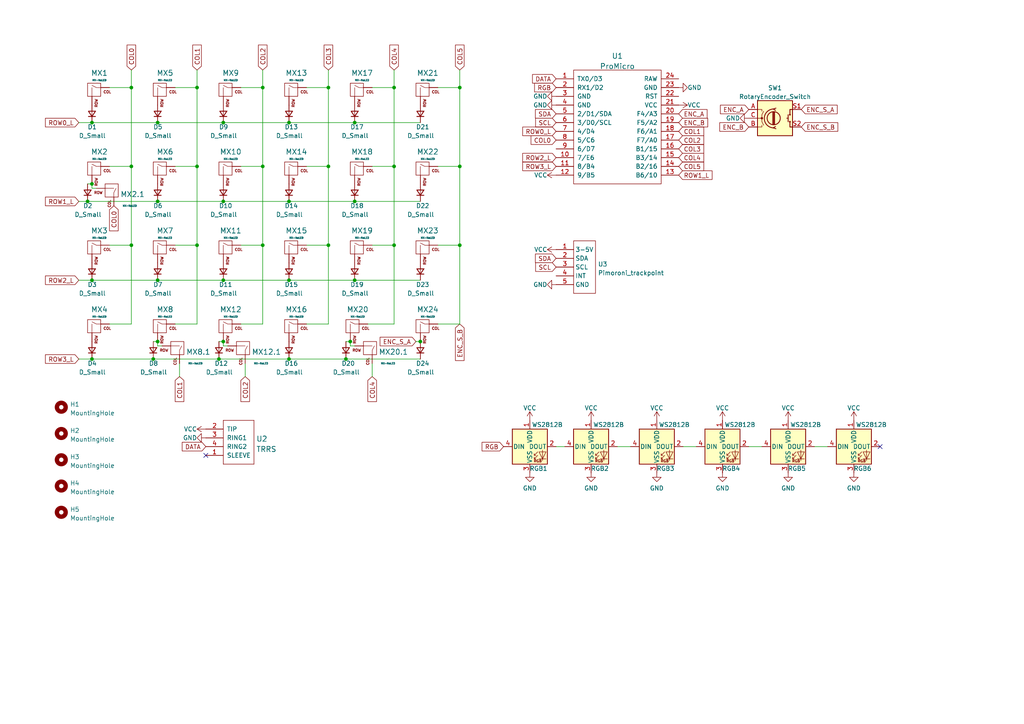
<source format=kicad_sch>
(kicad_sch (version 20230121) (generator eeschema)
  (paper "A4")
  (lib_symbols
    (symbol "Custom_symboles_Léon:Pimoroni_trackpoint"
      (property "Reference" "U" (at 0 5.08 0))
      (property "Value" "Pimoroni_trackpoint" (at 0 5.08 0))
      (symbol "Pimoroni_trackpoint_0_1"
        (polyline (pts (xy 5.08 -12.7) (xy 5.08 2.54) (xy 11.43 2.54) (xy 11.43 -12.7) (xy 5.08 -12.7)) (stroke (width 0.1524)))
      )
      (symbol "Pimoroni_trackpoint_1_1"
        (pin input line (at 0 0 0) (length 5.08) (name "3-5V") (number "1"))
        (pin input line (at 0 -2.54 0) (length 5.08) (name "SDA") (number "2"))
        (pin input line (at 0 -5.08 0) (length 5.08) (name "SCL") (number "3"))
        (pin input line (at 0 -7.62 0) (length 5.08) (name "INT") (number "4"))
        (pin input line (at 0 -10.16 0) (length 5.08) (name "GND") (number "5"))
      )
    )
    (symbol "Device:D_Small" (pin_numbers hide) (pin_names (offset 0.254) hide)
      (property "Reference" "D" (at -1.27 2.032 0))
      (property "Value" "D_Small" (at -3.81 -2.032 0))
      (symbol "D_Small_0_1"
        (polyline (pts (xy -0.762 -1.016) (xy -0.762 1.016)) (stroke (width 0.254)))
        (polyline (pts (xy -0.762 0) (xy 0.762 0)))
        (polyline (pts (xy 0.762 -1.016) (xy -0.762 0) (xy 0.762 1.016) (xy 0.762 -1.016)) (stroke (width 0.254)))
      )
      (symbol "D_Small_1_1"
        (pin passive line (at -2.54 0 0) (length 1.778) (name "K") (number "1"))
        (pin passive line (at 2.54 0 180) (length 1.778) (name "A") (number "2"))
      )
    )
    (symbol "Device:RotaryEncoder_Switch" (pin_names (offset 0.254) hide)
      (property "Reference" "SW" (at 0 6.604 0))
      (property "Value" "RotaryEncoder_Switch" (at 0 -6.604 0))
      (symbol "RotaryEncoder_Switch_0_1"
        (rectangle (start -5.08 5.08) (end 5.08 -5.08) (stroke (width 0.254)) (fill (type background)))
        (circle (center -3.81 0) (radius 0.254) (fill (type outline)))
        (circle (center -0.381 0) (radius 1.905) (stroke (width 0.254)))
        (arc (start -0.381 2.667) (mid -3.0988 -0.0635) (end -0.381 -2.794) (stroke (width 0.254)))
        (polyline (pts (xy -0.635 -1.778) (xy -0.635 1.778)) (stroke (width 0.254)))
        (polyline (pts (xy -0.381 -1.778) (xy -0.381 1.778)) (stroke (width 0.254)))
        (polyline (pts (xy -0.127 1.778) (xy -0.127 -1.778)) (stroke (width 0.254)))
        (polyline (pts (xy 3.81 0) (xy 3.429 0)) (stroke (width 0.254)))
        (polyline (pts (xy 3.81 1.016) (xy 3.81 -1.016)) (stroke (width 0.254)))
        (polyline (pts (xy -5.08 -2.54) (xy -3.81 -2.54) (xy -3.81 -2.032)))
        (polyline (pts (xy -5.08 2.54) (xy -3.81 2.54) (xy -3.81 2.032)))
        (polyline (pts (xy 0.254 -3.048) (xy -0.508 -2.794) (xy 0.127 -2.413)) (stroke (width 0.254)))
        (polyline (pts (xy 0.254 2.921) (xy -0.508 2.667) (xy 0.127 2.286)) (stroke (width 0.254)))
        (polyline (pts (xy 5.08 -2.54) (xy 4.318 -2.54) (xy 4.318 -1.016)) (stroke (width 0.254)))
        (polyline (pts (xy 5.08 2.54) (xy 4.318 2.54) (xy 4.318 1.016)) (stroke (width 0.254)))
        (polyline (pts (xy -5.08 0) (xy -3.81 0) (xy -3.81 -1.016) (xy -3.302 -2.032)))
        (polyline (pts (xy -4.318 0) (xy -3.81 0) (xy -3.81 1.016) (xy -3.302 2.032)))
        (circle (center 4.318 -1.016) (radius 0.127) (stroke (width 0.254)))
        (circle (center 4.318 1.016) (radius 0.127) (stroke (width 0.254)))
      )
      (symbol "RotaryEncoder_Switch_1_1"
        (pin passive line (at -7.62 2.54 0) (length 2.54) (name "A") (number "A"))
        (pin passive line (at -7.62 -2.54 0) (length 2.54) (name "B") (number "B"))
        (pin passive line (at -7.62 0 0) (length 2.54) (name "C") (number "C"))
        (pin passive line (at 7.62 2.54 180) (length 2.54) (name "S1") (number "S1"))
        (pin passive line (at 7.62 -2.54 180) (length 2.54) (name "S2") (number "S2"))
      )
    )
    (symbol "LED:WS2812B" (pin_names (offset 0.254))
      (property "Reference" "D" (at 5.08 5.715 0))
      (property "Value" "WS2812B" (at 1.27 -5.715 0))
      (symbol "WS2812B_0_0"
        (text "RGB" (at 2.286 -4.191 0) (effects (font (size 0.762 0.762))))
      )
      (symbol "WS2812B_0_1"
        (polyline (pts (xy 1.27 -3.556) (xy 1.778 -3.556)))
        (polyline (pts (xy 1.27 -2.54) (xy 1.778 -2.54)))
        (polyline (pts (xy 4.699 -3.556) (xy 2.667 -3.556)))
        (polyline (pts (xy 2.286 -2.54) (xy 1.27 -3.556) (xy 1.27 -3.048)))
        (polyline (pts (xy 2.286 -1.524) (xy 1.27 -2.54) (xy 1.27 -2.032)))
        (polyline (pts (xy 3.683 -1.016) (xy 3.683 -3.556) (xy 3.683 -4.064)))
        (polyline (pts (xy 4.699 -1.524) (xy 2.667 -1.524) (xy 3.683 -3.556) (xy 4.699 -1.524)))
        (rectangle (start 5.08 5.08) (end -5.08 -5.08) (stroke (width 0.254)) (fill (type background)))
      )
      (symbol "WS2812B_1_1"
        (pin power_in line (at 0 7.62 270) (length 2.54) (name "VDD") (number "1"))
        (pin output line (at 7.62 0 180) (length 2.54) (name "DOUT") (number "2"))
        (pin power_in line (at 0 -7.62 90) (length 2.54) (name "VSS") (number "3"))
        (pin input line (at -7.62 0 0) (length 2.54) (name "DIN") (number "4"))
      )
    )
    (symbol "MX_Alps_Hybrid:MX-NoLED" (pin_names (offset 1.016))
      (property "Reference" "MX" (at -0.635 3.81 0))
      (property "Value" "MX-NoLED" (at -0.635 1.27 0))
      (symbol "MX-NoLED_0_0"
        (rectangle (start -2.54 2.54) (end 1.27 -1.27))
        (polyline (pts (xy -1.27 -1.27) (xy -1.27 1.27)) (stroke (width 0.127)))
        (polyline (pts (xy 1.27 1.27) (xy 0 1.27) (xy -1.27 1.905)) (stroke (width 0.127)))
        (text "COL" (at 3.175 0 0) (effects (font (size 0.762 0.762))))
        (text "ROW" (at 0 -1.905 900) (effects (font (size 0.762 0.762)) (justify right)))
      )
      (symbol "MX-NoLED_1_1"
        (pin passive line (at 3.81 1.27 180) (length 2.54) (name "COL") (number "1"))
        (pin passive line (at -1.27 -3.81 90) (length 2.54) (name "ROW") (number "2"))
      )
    )
    (symbol "Mechanical:MountingHole" (pin_names (offset 1.016))
      (property "Reference" "H" (at 0 5.08 0))
      (property "Value" "MountingHole" (at 0 3.175 0))
      (symbol "MountingHole_0_1"
        (circle (center 0 0) (radius 1.27) (stroke (width 1.27)))
      )
    )
    (symbol "kbd:ProMicro" (pin_names (offset 1.016))
      (property "Reference" "U" (at 0 19.05 0))
      (property "Value" "ProMicro" (at 0 -19.05 0))
      (symbol "ProMicro_0_1"
        (rectangle (start -12.7 16.51) (end 12.7 -16.51))
      )
      (symbol "ProMicro_1_1"
        (pin bidirectional line (at -17.78 13.97 0) (length 5.08) (name "TX0/D3") (number "1"))
        (pin bidirectional line (at -17.78 -8.89 0) (length 5.08) (name "7/E6") (number "10"))
        (pin bidirectional line (at -17.78 -11.43 0) (length 5.08) (name "8/B4") (number "11"))
        (pin bidirectional line (at -17.78 -13.97 0) (length 5.08) (name "9/B5") (number "12"))
        (pin bidirectional line (at 17.78 -13.97 180) (length 5.08) (name "B6/10") (number "13"))
        (pin bidirectional line (at 17.78 -11.43 180) (length 5.08) (name "B2/16") (number "14"))
        (pin bidirectional line (at 17.78 -8.89 180) (length 5.08) (name "B3/14") (number "15"))
        (pin bidirectional line (at 17.78 -6.35 180) (length 5.08) (name "B1/15") (number "16"))
        (pin bidirectional line (at 17.78 -3.81 180) (length 5.08) (name "F7/A0") (number "17"))
        (pin bidirectional line (at 17.78 -1.27 180) (length 5.08) (name "F6/A1") (number "18"))
        (pin bidirectional line (at 17.78 1.27 180) (length 5.08) (name "F5/A2") (number "19"))
        (pin bidirectional line (at -17.78 11.43 0) (length 5.08) (name "RX1/D2") (number "2"))
        (pin bidirectional line (at 17.78 3.81 180) (length 5.08) (name "F4/A3") (number "20"))
        (pin power_in line (at 17.78 6.35 180) (length 5.08) (name "VCC") (number "21"))
        (pin input line (at 17.78 8.89 180) (length 5.08) (name "RST") (number "22"))
        (pin power_in line (at 17.78 11.43 180) (length 5.08) (name "GND") (number "23"))
        (pin power_out line (at 17.78 13.97 180) (length 5.08) (name "RAW") (number "24"))
        (pin power_in line (at -17.78 8.89 0) (length 5.08) (name "GND") (number "3"))
        (pin power_in line (at -17.78 6.35 0) (length 5.08) (name "GND") (number "4"))
        (pin bidirectional line (at -17.78 3.81 0) (length 5.08) (name "2/D1/SDA") (number "5"))
        (pin bidirectional line (at -17.78 1.27 0) (length 5.08) (name "3/D0/SCL") (number "6"))
        (pin bidirectional line (at -17.78 -1.27 0) (length 5.08) (name "4/D4") (number "7"))
        (pin bidirectional line (at -17.78 -3.81 0) (length 5.08) (name "5/C6") (number "8"))
        (pin bidirectional line (at -17.78 -6.35 0) (length 5.08) (name "6/D7") (number "9"))
      )
    )
    (symbol "keebio:TRRS" (pin_names (offset 1.016))
      (property "Reference" "U" (at 0 15.24 0))
      (property "Value" "TRRS" (at 0 -2.54 0))
      (symbol "TRRS_0_1"
        (rectangle (start -3.81 0) (end -3.81 12.7))
        (rectangle (start -3.81 12.7) (end 5.08 12.7))
        (rectangle (start 5.08 0) (end -3.81 0))
        (rectangle (start 5.08 12.7) (end 5.08 0))
      )
      (symbol "TRRS_1_1"
        (pin input line (at -8.89 2.54 0) (length 5.08) (name "SLEEVE") (number "1"))
        (pin input line (at -8.89 10.16 0) (length 5.08) (name "TIP") (number "2"))
        (pin input line (at -8.89 7.62 0) (length 5.08) (name "RING1") (number "3"))
        (pin input line (at -8.89 5.08 0) (length 5.08) (name "RING2") (number "4"))
      )
    )
    (symbol "power:GND" (power) (pin_names (offset 0))
      (property "Value" "GND" (at 0 -3.81 0))
      (symbol "GND_0_1"
        (polyline (pts (xy 0 0) (xy 0 -1.27) (xy 1.27 -1.27) (xy 0 -2.54) (xy -1.27 -1.27) (xy 0 -1.27)))
      )
      (symbol "GND_1_1"
        (pin power_in line (at 0 0 270) (length 0) hide (name "GND") (number "1"))
      )
    )
    (symbol "power:VCC" (power) (pin_names (offset 0))
      (property "Value" "VCC" (at 0 3.81 0))
      (symbol "VCC_0_1"
        (polyline (pts (xy -0.762 1.27) (xy 0 2.54)))
        (polyline (pts (xy 0 0) (xy 0 2.54)))
        (polyline (pts (xy 0 2.54) (xy 0.762 1.27)))
      )
      (symbol "VCC_1_1"
        (pin power_in line (at 0 0 90) (length 0) hide (name "VCC") (number "1"))
      )
    )
  )
  (junction (at 45.72 81.28))
  (junction (at 25.4 58.42))
  (junction (at 64.77 81.28))
  (junction (at 76.2 71.12))
  (junction (at 114.3 71.12))
  (junction (at 102.87 35.56))
  (junction (at 83.82 104.14))
  (junction (at 102.87 58.42))
  (junction (at 38.1 48.26))
  (junction (at 26.67 81.28))
  (junction (at 38.1 71.12))
  (junction (at 133.35 48.26))
  (junction (at 121.92 99.06))
  (junction (at 64.77 99.06))
  (junction (at 26.67 35.56))
  (junction (at 95.25 25.4))
  (junction (at 45.72 35.56))
  (junction (at 26.67 104.14))
  (junction (at 38.1 25.4))
  (junction (at 83.82 35.56))
  (junction (at 63.5 104.14))
  (junction (at 101.6 99.06))
  (junction (at 114.3 48.26))
  (junction (at 76.2 25.4))
  (junction (at 64.77 35.56))
  (junction (at 45.72 58.42))
  (junction (at 57.15 71.12))
  (junction (at 26.67 53.34))
  (junction (at 95.25 71.12))
  (junction (at 133.35 25.4))
  (junction (at 95.25 48.26))
  (junction (at 83.82 81.28))
  (junction (at 57.15 48.26))
  (junction (at 102.87 81.28))
  (junction (at 45.72 99.06))
  (junction (at 114.3 25.4))
  (junction (at 64.77 58.42))
  (junction (at 57.15 25.4))
  (junction (at 83.82 58.42))
  (junction (at 133.35 71.12))
  (junction (at 44.45 104.14))
  (junction (at 76.2 48.26))
  (junction (at 100.33 104.14))
  (no_connect (at 255.27 129.54))
  (no_connect (at 59.69 132.08))
  (wire (pts (xy 38.1 71.12) (xy 31.75 71.12)))
  (wire (pts (xy 57.15 48.26) (xy 57.15 25.4)))
  (wire (pts (xy 95.25 93.98) (xy 88.9 93.98)))
  (wire (pts (xy 38.1 71.12) (xy 38.1 93.98)))
  (wire (pts (xy 114.3 71.12) (xy 107.95 71.12)))
  (wire (pts (xy 45.72 81.28) (xy 64.77 81.28)))
  (wire (pts (xy 100.33 99.06) (xy 101.6 99.06)))
  (wire (pts (xy 95.25 71.12) (xy 95.25 93.98)))
  (wire (pts (xy 76.2 48.26) (xy 69.85 48.26)))
  (wire (pts (xy 133.35 48.26) (xy 133.35 25.4)))
  (wire (pts (xy 102.87 100.33) (xy 101.6 100.33)))
  (wire (pts (xy 22.86 104.14) (xy 26.67 104.14)))
  (wire (pts (xy 63.5 99.06) (xy 64.77 99.06)))
  (wire (pts (xy 26.67 54.61) (xy 26.67 53.34)))
  (wire (pts (xy 83.82 58.42) (xy 102.87 58.42)))
  (wire (pts (xy 198.12 129.54) (xy 201.93 129.54)))
  (wire (pts (xy 38.1 25.4) (xy 38.1 48.26)))
  (wire (pts (xy 95.25 25.4) (xy 95.25 48.26)))
  (wire (pts (xy 57.15 48.26) (xy 50.8 48.26)))
  (wire (pts (xy 114.3 25.4) (xy 114.3 48.26)))
  (wire (pts (xy 64.77 35.56) (xy 83.82 35.56)))
  (wire (pts (xy 95.25 71.12) (xy 88.9 71.12)))
  (wire (pts (xy 161.29 129.54) (xy 163.83 129.54)))
  (wire (pts (xy 76.2 48.26) (xy 76.2 71.12)))
  (wire (pts (xy 25.4 58.42) (xy 45.72 58.42)))
  (wire (pts (xy 26.67 104.14) (xy 44.45 104.14)))
  (wire (pts (xy 114.3 48.26) (xy 107.95 48.26)))
  (wire (pts (xy 95.25 20.32) (xy 95.25 25.4)))
  (wire (pts (xy 57.15 25.4) (xy 50.8 25.4)))
  (wire (pts (xy 57.15 71.12) (xy 50.8 71.12)))
  (wire (pts (xy 45.72 58.42) (xy 64.77 58.42)))
  (wire (pts (xy 120.65 99.06) (xy 121.92 99.06)))
  (wire (pts (xy 76.2 71.12) (xy 76.2 93.98)))
  (wire (pts (xy 83.82 35.56) (xy 102.87 35.56)))
  (wire (pts (xy 217.17 129.54) (xy 220.98 129.54)))
  (wire (pts (xy 76.2 71.12) (xy 69.85 71.12)))
  (wire (pts (xy 114.3 71.12) (xy 114.3 93.98)))
  (wire (pts (xy 83.82 104.14) (xy 100.33 104.14)))
  (wire (pts (xy 100.33 104.14) (xy 121.92 104.14)))
  (wire (pts (xy 38.1 20.32) (xy 38.1 25.4)))
  (wire (pts (xy 107.95 25.4) (xy 114.3 25.4)))
  (wire (pts (xy 57.15 93.98) (xy 57.15 71.12)))
  (wire (pts (xy 179.07 129.54) (xy 182.88 129.54)))
  (wire (pts (xy 22.86 35.56) (xy 26.67 35.56)))
  (wire (pts (xy 66.04 100.33) (xy 64.77 100.33)))
  (wire (pts (xy 25.4 53.34) (xy 26.67 53.34)))
  (wire (pts (xy 26.67 81.28) (xy 45.72 81.28)))
  (wire (pts (xy 27.94 54.61) (xy 26.67 54.61)))
  (wire (pts (xy 101.6 100.33) (xy 101.6 99.06)))
  (wire (pts (xy 76.2 25.4) (xy 76.2 48.26)))
  (wire (pts (xy 45.72 35.56) (xy 64.77 35.56)))
  (wire (pts (xy 102.87 81.28) (xy 121.92 81.28)))
  (wire (pts (xy 64.77 99.06) (xy 64.77 100.33)))
  (wire (pts (xy 26.67 35.56) (xy 45.72 35.56)))
  (wire (pts (xy 76.2 93.98) (xy 69.85 93.98)))
  (wire (pts (xy 31.75 25.4) (xy 38.1 25.4)))
  (wire (pts (xy 38.1 48.26) (xy 31.75 48.26)))
  (wire (pts (xy 114.3 20.32) (xy 114.3 25.4)))
  (wire (pts (xy 71.12 105.41) (xy 71.12 109.22)))
  (wire (pts (xy 57.15 71.12) (xy 57.15 48.26)))
  (wire (pts (xy 236.22 129.54) (xy 240.03 129.54)))
  (wire (pts (xy 52.07 105.41) (xy 52.07 109.22)))
  (wire (pts (xy 102.87 58.42) (xy 121.92 58.42)))
  (wire (pts (xy 107.95 105.41) (xy 107.95 109.22)))
  (wire (pts (xy 44.45 104.14) (xy 63.5 104.14)))
  (wire (pts (xy 45.72 99.06) (xy 45.72 100.33)))
  (wire (pts (xy 88.9 25.4) (xy 95.25 25.4)))
  (wire (pts (xy 95.25 48.26) (xy 88.9 48.26)))
  (wire (pts (xy 127 48.26) (xy 133.35 48.26)))
  (wire (pts (xy 114.3 93.98) (xy 106.68 93.98)))
  (wire (pts (xy 127 71.12) (xy 133.35 71.12)))
  (wire (pts (xy 76.2 20.32) (xy 76.2 25.4)))
  (wire (pts (xy 22.86 58.42) (xy 25.4 58.42)))
  (wire (pts (xy 127 93.98) (xy 133.35 93.98)))
  (wire (pts (xy 38.1 48.26) (xy 38.1 71.12)))
  (wire (pts (xy 114.3 48.26) (xy 114.3 71.12)))
  (wire (pts (xy 64.77 58.42) (xy 83.82 58.42)))
  (wire (pts (xy 57.15 20.32) (xy 57.15 25.4)))
  (wire (pts (xy 133.35 71.12) (xy 133.35 48.26)))
  (wire (pts (xy 95.25 48.26) (xy 95.25 71.12)))
  (wire (pts (xy 133.35 93.98) (xy 133.35 71.12)))
  (wire (pts (xy 63.5 104.14) (xy 83.82 104.14)))
  (wire (pts (xy 50.8 93.98) (xy 57.15 93.98)))
  (wire (pts (xy 64.77 81.28) (xy 83.82 81.28)))
  (wire (pts (xy 69.85 25.4) (xy 76.2 25.4)))
  (wire (pts (xy 44.45 99.06) (xy 45.72 99.06)))
  (wire (pts (xy 45.72 100.33) (xy 46.99 100.33)))
  (wire (pts (xy 83.82 81.28) (xy 102.87 81.28)))
  (wire (pts (xy 127 25.4) (xy 133.35 25.4)))
  (wire (pts (xy 38.1 93.98) (xy 31.75 93.98)))
  (wire (pts (xy 133.35 20.32) (xy 133.35 25.4)))
  (wire (pts (xy 102.87 35.56) (xy 121.92 35.56)))
  (wire (pts (xy 22.86 81.28) (xy 26.67 81.28)))
  (global_label "COL0" (shape input) (at 38.1 20.32 90) (property "Intersheetrefs" "${INTERSHEET_REFS}" (effects hide)))
  (global_label "ENC_S_B" (shape input) (at 232.41 36.83 0) (property "Intersheetrefs" "${INTERSHEET_REFS}" (effects hide)))
  (global_label "ROW2_L" (shape input) (at 161.29 45.72 180) (property "Intersheetrefs" "${INTERSHEET_REFS}" (effects hide)))
  (global_label "DATA" (shape input) (at 59.69 129.54 180) (property "Intersheetrefs" "${INTERSHEET_REFS}" (effects hide)))
  (global_label "SCL" (shape input) (at 161.29 77.47 180) (property "Intersheetrefs" "${INTERSHEET_REFS}" (effects hide)))
  (global_label "SCL" (shape input) (at 161.29 35.56 180) (property "Intersheetrefs" "${INTERSHEET_REFS}" (effects hide)))
  (global_label "ROW0_L" (shape input) (at 22.86 35.56 180) (property "Intersheetrefs" "${INTERSHEET_REFS}" (effects hide)))
  (global_label "COL5" (shape input) (at 196.85 48.26 0) (property "Intersheetrefs" "${INTERSHEET_REFS}" (effects hide)))
  (global_label "ENC_B" (shape input) (at 196.85 35.56 0) (property "Intersheetrefs" "${INTERSHEET_REFS}" (effects hide)))
  (global_label "ROW3_L" (shape input) (at 161.29 48.26 180) (property "Intersheetrefs" "${INTERSHEET_REFS}" (effects hide)))
  (global_label "ROW3_L" (shape input) (at 22.86 104.14 180) (property "Intersheetrefs" "${INTERSHEET_REFS}" (effects hide)))
  (global_label "ROW2_L" (shape input) (at 22.86 81.28 180) (property "Intersheetrefs" "${INTERSHEET_REFS}" (effects hide)))
  (global_label "ENC_A" (shape input) (at 217.17 31.75 180) (property "Intersheetrefs" "${INTERSHEET_REFS}" (effects hide)))
  (global_label "ENC_S_A" (shape input) (at 232.41 31.75 0) (property "Intersheetrefs" "${INTERSHEET_REFS}" (effects hide)))
  (global_label "COL2" (shape input) (at 71.12 109.22 270) (property "Intersheetrefs" "${INTERSHEET_REFS}" (effects hide)))
  (global_label "ENC_S_B" (shape input) (at 133.35 93.98 270) (property "Intersheetrefs" "${INTERSHEET_REFS}" (effects hide)))
  (global_label "COL3" (shape input) (at 196.85 43.18 0) (property "Intersheetrefs" "${INTERSHEET_REFS}" (effects hide)))
  (global_label "COL2" (shape input) (at 76.2 20.32 90) (property "Intersheetrefs" "${INTERSHEET_REFS}" (effects hide)))
  (global_label "COL4" (shape input) (at 196.85 45.72 0) (property "Intersheetrefs" "${INTERSHEET_REFS}" (effects hide)))
  (global_label "RGB" (shape input) (at 146.05 129.54 180) (property "Intersheetrefs" "${INTERSHEET_REFS}" (effects hide)))
  (global_label "SDA" (shape input) (at 161.29 74.93 180) (property "Intersheetrefs" "${INTERSHEET_REFS}" (effects hide)))
  (global_label "DATA" (shape input) (at 161.29 22.86 180) (property "Intersheetrefs" "${INTERSHEET_REFS}" (effects hide)))
  (global_label "COL1" (shape input) (at 52.07 109.22 270) (property "Intersheetrefs" "${INTERSHEET_REFS}" (effects hide)))
  (global_label "COL1" (shape input) (at 196.85 38.1 0) (property "Intersheetrefs" "${INTERSHEET_REFS}" (effects hide)))
  (global_label "COL0" (shape input) (at 161.29 40.64 180) (property "Intersheetrefs" "${INTERSHEET_REFS}" (effects hide)))
  (global_label "COL2" (shape input) (at 196.85 40.64 0) (property "Intersheetrefs" "${INTERSHEET_REFS}" (effects hide)))
  (global_label "COL5" (shape input) (at 133.35 20.32 90) (property "Intersheetrefs" "${INTERSHEET_REFS}" (effects hide)))
  (global_label "COL1" (shape input) (at 57.15 20.32 90) (property "Intersheetrefs" "${INTERSHEET_REFS}" (effects hide)))
  (global_label "COL3" (shape input) (at 95.25 20.32 90) (property "Intersheetrefs" "${INTERSHEET_REFS}" (effects hide)))
  (global_label "ENC_B" (shape input) (at 217.17 36.83 180) (property "Intersheetrefs" "${INTERSHEET_REFS}" (effects hide)))
  (global_label "SDA" (shape input) (at 161.29 33.02 180) (property "Intersheetrefs" "${INTERSHEET_REFS}" (effects hide)))
  (global_label "COL0" (shape input) (at 33.02 59.69 270) (property "Intersheetrefs" "${INTERSHEET_REFS}" (effects hide)))
  (global_label "COL4" (shape input) (at 107.95 109.22 270) (property "Intersheetrefs" "${INTERSHEET_REFS}" (effects hide)))
  (global_label "ROW0_L" (shape input) (at 161.29 38.1 180) (property "Intersheetrefs" "${INTERSHEET_REFS}" (effects hide)))
  (global_label "COL4" (shape input) (at 114.3 20.32 90) (property "Intersheetrefs" "${INTERSHEET_REFS}" (effects hide)))
  (global_label "ROW1_L" (shape input) (at 196.85 50.8 0) (property "Intersheetrefs" "${INTERSHEET_REFS}" (effects hide)))
  (global_label "ENC_S_A" (shape input) (at 120.65 99.06 180) (property "Intersheetrefs" "${INTERSHEET_REFS}" (effects hide)))
  (global_label "ROW1_L" (shape input) (at 22.86 58.42 180) (property "Intersheetrefs" "${INTERSHEET_REFS}" (effects hide)))
  (global_label "RGB" (shape input) (at 161.29 25.4 180) (property "Intersheetrefs" "${INTERSHEET_REFS}" (effects hide)))
  (global_label "ENC_A" (shape input) (at 196.85 33.02 0) (property "Intersheetrefs" "${INTERSHEET_REFS}" (effects hide)))
  (symbol (lib_id "MX_Alps_Hybrid:MX-NoLED") (at 104.14 49.53 0) (unit 1)
    (property "Reference" "MX18" (at 105.0256 44.0383 0) (effects (font (size 1.524 1.524))))
    (property "Value" "MX-NoLED" (at 105.0256 46.1185 0) (effects (font (size 0.508 0.508))))
    (property "Footprint" "MX_Only:MXOnly-1U-NoLED" (effects hide))
  )
  (symbol (lib_id "MX_Alps_Hybrid:MX-NoLED") (at 106.68 101.6 270) (unit 1)
    (property "Reference" "MX20.1" (at 109.855 102.0756 90) (effects (font (size 1.524 1.524)) (justify left)))
    (property "Value" "MX-NoLED" (at 110.49 105.41 90) (effects (font (size 0.508 0.508)) (justify left)))
    (property "Footprint" "MX_Only:MXOnly-2U-ReversedStabilizers-NoLED" (effects hide))
  )
  (symbol (lib_id "MX_Alps_Hybrid:MX-NoLED") (at 66.04 49.53 0) (unit 1)
    (property "Reference" "MX10" (at 66.9256 44.0383 0) (effects (font (size 1.524 1.524))))
    (property "Value" "MX-NoLED" (at 66.9256 46.1185 0) (effects (font (size 0.508 0.508))))
    (property "Footprint" "MX_Only:MXOnly-1U-NoLED" (effects hide))
  )
  (symbol (lib_id "Device:D_Small") (at 26.67 33.02 90) (unit 1)
    (property "Reference" "D1" (at 25.4 36.83 90) (effects (justify right)))
    (property "Value" "D_Small" (at 22.86 39.37 90) (effects (justify right)))
    (property "Footprint" "kbd:D3_TH_SMD_only_back" (effects hide))
  )
  (symbol (lib_id "Mechanical:MountingHole") (at 17.78 148.59 0) (unit 1)
    (property "Reference" "H5" (at 20.32 147.7553 0) (effects (justify left)))
    (property "Value" "MountingHole" (at 20.32 150.2922 0) (effects (justify left)))
    (property "Footprint" "MountingHole:MountingHole_2.1mm" (effects hide))
  )
  (symbol (lib_id "power:VCC") (at 209.55 121.92 0) (unit 1)
    (property "Reference" "#PWR0121" (effects hide))
    (property "Value" "VCC" (at 209.55 118.3442 0))
  )
  (symbol (lib_id "power:VCC") (at 171.45 121.92 0) (unit 1)
    (property "Reference" "#PWR0113" (effects hide))
    (property "Value" "VCC" (at 171.45 118.3442 0))
  )
  (symbol (lib_id "Mechanical:MountingHole") (at 17.78 125.73 0) (unit 1)
    (property "Reference" "H2" (at 20.32 124.8953 0) (effects (justify left)))
    (property "Value" "MountingHole" (at 20.32 127.4322 0) (effects (justify left)))
    (property "Footprint" "MountingHole:MountingHole_2.1mm" (effects hide))
  )
  (symbol (lib_id "Device:D_Small") (at 102.87 33.02 90) (unit 1)
    (property "Reference" "D17" (at 101.6 36.83 90) (effects (justify right)))
    (property "Value" "D_Small" (at 99.06 39.37 90) (effects (justify right)))
    (property "Footprint" "kbd:D3_TH_SMD_only_back" (effects hide))
  )
  (symbol (lib_id "power:GND") (at 196.85 25.4 90) (unit 1)
    (property "Reference" "#PWR0105" (effects hide))
    (property "Value" "GND" (at 199.39 25.4 90) (effects (justify right)))
  )
  (symbol (lib_id "power:VCC") (at 59.69 124.46 90) (unit 1)
    (property "Reference" "#PWR0106" (effects hide))
    (property "Value" "VCC" (at 57.15 124.46 90) (effects (justify left)))
  )
  (symbol (lib_id "power:GND") (at 59.69 127 270) (unit 1)
    (property "Reference" "#PWR0104" (effects hide))
    (property "Value" "GND" (at 57.15 127 90) (effects (justify right)))
  )
  (symbol (lib_id "power:GND") (at 171.45 137.16 0) (unit 1)
    (property "Reference" "#PWR0114" (effects hide))
    (property "Value" "GND" (at 171.45 141.6034 0))
  )
  (symbol (lib_id "MX_Alps_Hybrid:MX-NoLED") (at 46.99 72.39 0) (unit 1)
    (property "Reference" "MX7" (at 47.8756 66.8983 0) (effects (font (size 1.524 1.524))))
    (property "Value" "MX-NoLED" (at 47.8756 68.9785 0) (effects (font (size 0.508 0.508))))
    (property "Footprint" "MX_Only:MXOnly-1U-NoLED" (effects hide))
  )
  (symbol (lib_id "LED:WS2812B") (at 190.5 129.54 0) (unit 1)
    (property "Reference" "RGB3" (at 193.04 135.89 0))
    (property "Value" "WS2812B" (at 195.58 123.19 0))
    (property "Footprint" "kbd:LED_WS2812B-PLCC4" (effects hide))
    (property "Datasheet" "https://cdn-shop.adafruit.com/datasheets/WS2812B.pdf" (effects hide))
  )
  (symbol (lib_id "Device:D_Small") (at 45.72 33.02 90) (unit 1)
    (property "Reference" "D5" (at 44.45 36.83 90) (effects (justify right)))
    (property "Value" "D_Small" (at 41.91 39.37 90) (effects (justify right)))
    (property "Footprint" "kbd:D3_TH_SMD_only_back" (effects hide))
  )
  (symbol (lib_id "Device:D_Small") (at 121.92 33.02 90) (unit 1)
    (property "Reference" "D21" (at 120.65 36.83 90) (effects (justify right)))
    (property "Value" "D_Small" (at 118.11 39.37 90) (effects (justify right)))
    (property "Footprint" "kbd:D3_TH_SMD_only_back" (effects hide))
  )
  (symbol (lib_id "MX_Alps_Hybrid:MX-NoLED") (at 50.8 101.6 270) (unit 1)
    (property "Reference" "MX8.1" (at 53.975 102.0756 90) (effects (font (size 1.524 1.524)) (justify left)))
    (property "Value" "MX-NoLED" (at 54.61 105.41 90) (effects (font (size 0.508 0.508)) (justify left)))
    (property "Footprint" "MX_Only:MXOnly-1U-NoLED" (effects hide))
  )
  (symbol (lib_id "Device:D_Small") (at 83.82 78.74 90) (unit 1)
    (property "Reference" "D15" (at 82.55 82.55 90) (effects (justify right)))
    (property "Value" "D_Small" (at 80.01 85.09 90) (effects (justify right)))
    (property "Footprint" "kbd:D3_TH_SMD_only_back" (effects hide))
  )
  (symbol (lib_id "Device:D_Small") (at 25.4 55.88 90) (unit 1)
    (property "Reference" "D2" (at 24.13 59.69 90) (effects (justify right)))
    (property "Value" "D_Small" (at 21.59 62.23 90) (effects (justify right)))
    (property "Footprint" "kbd:D3_TH_SMD_only_back" (effects hide))
  )
  (symbol (lib_id "MX_Alps_Hybrid:MX-NoLED") (at 46.99 26.67 0) (unit 1)
    (property "Reference" "MX5" (at 47.8756 21.1783 0) (effects (font (size 1.524 1.524))))
    (property "Value" "MX-NoLED" (at 47.8756 23.2585 0) (effects (font (size 0.508 0.508))))
    (property "Footprint" "MX_Only:MXOnly-1U-NoLED" (effects hide))
  )
  (symbol (lib_id "Device:D_Small") (at 100.33 101.6 90) (unit 1)
    (property "Reference" "D20" (at 99.06 105.41 90) (effects (justify right)))
    (property "Value" "D_Small" (at 96.52 107.95 90) (effects (justify right)))
    (property "Footprint" "kbd:D3_TH_SMD_only_back" (effects hide))
  )
  (symbol (lib_id "MX_Alps_Hybrid:MX-NoLED") (at 66.04 95.25 0) (unit 1)
    (property "Reference" "MX12" (at 66.9256 89.7583 0) (effects (font (size 1.524 1.524))))
    (property "Value" "MX-NoLED" (at 66.9256 91.8385 0) (effects (font (size 0.508 0.508))))
    (property "Footprint" "MX_Only:MXOnly-1.25U-NoLED" (effects hide))
  )
  (symbol (lib_id "Device:D_Small") (at 83.82 55.88 90) (unit 1)
    (property "Reference" "D14" (at 82.55 59.69 90) (effects (justify right)))
    (property "Value" "D_Small" (at 80.01 62.23 90) (effects (justify right)))
    (property "Footprint" "kbd:D3_TH_SMD_only_back" (effects hide))
  )
  (symbol (lib_id "power:GND") (at 190.5 137.16 0) (unit 1)
    (property "Reference" "#PWR0119" (effects hide))
    (property "Value" "GND" (at 190.5 141.6034 0))
  )
  (symbol (lib_id "MX_Alps_Hybrid:MX-NoLED") (at 46.99 95.25 0) (unit 1)
    (property "Reference" "MX8" (at 47.8756 89.7583 0) (effects (font (size 1.524 1.524))))
    (property "Value" "MX-NoLED" (at 47.8756 91.8385 0) (effects (font (size 0.508 0.508))))
    (property "Footprint" "MX_Only:MXOnly-1.25U-NoLED" (effects hide))
  )
  (symbol (lib_id "Device:D_Small") (at 83.82 101.6 90) (unit 1)
    (property "Reference" "D16" (at 82.55 105.41 90) (effects (justify right)))
    (property "Value" "D_Small" (at 80.01 107.95 90) (effects (justify right)))
    (property "Footprint" "kbd:D3_TH_SMD_only_back" (effects hide))
  )
  (symbol (lib_id "LED:WS2812B") (at 153.67 129.54 0) (unit 1)
    (property "Reference" "RGB1" (at 156.21 135.89 0))
    (property "Value" "WS2812B" (at 158.75 123.19 0))
    (property "Footprint" "kbd:LED_WS2812B-PLCC4" (effects hide))
    (property "Datasheet" "https://cdn-shop.adafruit.com/datasheets/WS2812B.pdf" (effects hide))
  )
  (symbol (lib_id "power:GND") (at 228.6 137.16 0) (unit 1)
    (property "Reference" "#PWR0117" (effects hide))
    (property "Value" "GND" (at 228.6 141.6034 0))
  )
  (symbol (lib_id "power:GND") (at 161.29 30.48 270) (unit 1)
    (property "Reference" "#PWR0102" (effects hide))
    (property "Value" "GND" (at 158.75 30.48 90) (effects (justify right)))
  )
  (symbol (lib_id "power:VCC") (at 196.85 30.48 270) (unit 1)
    (property "Reference" "#PWR0103" (effects hide))
    (property "Value" "VCC" (at 199.39 30.48 90) (effects (justify left)))
  )
  (symbol (lib_id "power:GND") (at 217.17 34.29 270) (unit 1)
    (property "Reference" "#PWR0123" (effects hide))
    (property "Value" "GND" (at 214.63 34.29 90) (effects (justify right)))
  )
  (symbol (lib_id "Device:D_Small") (at 102.87 55.88 90) (unit 1)
    (property "Reference" "D18" (at 101.6 59.69 90) (effects (justify right)))
    (property "Value" "D_Small" (at 99.06 62.23 90) (effects (justify right)))
    (property "Footprint" "kbd:D3_TH_SMD_only_back" (effects hide))
  )
  (symbol (lib_id "Device:D_Small") (at 64.77 55.88 90) (unit 1)
    (property "Reference" "D10" (at 63.5 59.69 90) (effects (justify right)))
    (property "Value" "D_Small" (at 60.96 62.23 90) (effects (justify right)))
    (property "Footprint" "kbd:D3_TH_SMD_only_back" (effects hide))
  )
  (symbol (lib_id "power:GND") (at 161.29 82.55 270) (unit 1)
    (property "Reference" "#PWR0110" (effects hide))
    (property "Value" "GND" (at 158.75 82.55 90) (effects (justify right)))
  )
  (symbol (lib_id "MX_Alps_Hybrid:MX-NoLED") (at 27.94 72.39 0) (unit 1)
    (property "Reference" "MX3" (at 28.8256 66.8983 0) (effects (font (size 1.524 1.524))))
    (property "Value" "MX-NoLED" (at 28.8256 68.9785 0) (effects (font (size 0.508 0.508))))
    (property "Footprint" "MX_Only:MXOnly-2.25U-NoLED" (effects hide))
  )
  (symbol (lib_id "Device:D_Small") (at 83.82 33.02 90) (unit 1)
    (property "Reference" "D13" (at 82.55 36.83 90) (effects (justify right)))
    (property "Value" "D_Small" (at 80.01 39.37 90) (effects (justify right)))
    (property "Footprint" "kbd:D3_TH_SMD_only_back" (effects hide))
  )
  (symbol (lib_id "power:VCC") (at 247.65 121.92 0) (unit 1)
    (property "Reference" "#PWR0116" (effects hide))
    (property "Value" "VCC" (at 247.65 118.3442 0))
  )
  (symbol (lib_id "power:VCC") (at 153.67 121.92 0) (unit 1)
    (property "Reference" "#PWR0112" (effects hide))
    (property "Value" "VCC" (at 153.67 118.3442 0))
  )
  (symbol (lib_id "MX_Alps_Hybrid:MX-NoLED") (at 31.75 55.88 270) (unit 1)
    (property "Reference" "MX2.1" (at 34.925 56.3556 90) (effects (font (size 1.524 1.524)) (justify left)))
    (property "Value" "MX-NoLED" (at 35.56 59.69 90) (effects (font (size 0.508 0.508)) (justify left)))
    (property "Footprint" "MX_Only:MXOnly-1.25U-NoLED" (effects hide))
  )
  (symbol (lib_id "Mechanical:MountingHole") (at 17.78 140.97 0) (unit 1)
    (property "Reference" "H4" (at 20.32 140.1353 0) (effects (justify left)))
    (property "Value" "MountingHole" (at 20.32 142.6722 0) (effects (justify left)))
    (property "Footprint" "MountingHole:MountingHole_2.1mm" (effects hide))
  )
  (symbol (lib_id "MX_Alps_Hybrid:MX-NoLED") (at 102.87 95.25 0) (unit 1)
    (property "Reference" "MX20" (at 103.7556 89.7583 0) (effects (font (size 1.524 1.524))))
    (property "Value" "MX-NoLED" (at 103.7556 91.8385 0) (effects (font (size 0.508 0.508))))
    (property "Footprint" "MX_Only:MXOnly-1U-NoLED" (effects hide))
  )
  (symbol (lib_id "MX_Alps_Hybrid:MX-NoLED") (at 69.85 101.6 270) (unit 1)
    (property "Reference" "MX12.1" (at 73.025 102.0756 90) (effects (font (size 1.524 1.524)) (justify left)))
    (property "Value" "MX-NoLED" (at 73.66 105.41 90) (effects (font (size 0.508 0.508)) (justify left)))
    (property "Footprint" "MX_Only:MXOnly-1U-NoLED" (effects hide))
  )
  (symbol (lib_id "MX_Alps_Hybrid:MX-NoLED") (at 85.09 26.67 0) (unit 1)
    (property "Reference" "MX13" (at 85.9756 21.1783 0) (effects (font (size 1.524 1.524))))
    (property "Value" "MX-NoLED" (at 85.9756 23.2585 0) (effects (font (size 0.508 0.508))))
    (property "Footprint" "MX_Only:MXOnly-1U-NoLED" (effects hide))
  )
  (symbol (lib_id "Device:D_Small") (at 121.92 55.88 90) (unit 1)
    (property "Reference" "D22" (at 120.65 59.69 90) (effects (justify right)))
    (property "Value" "D_Small" (at 118.11 62.23 90) (effects (justify right)))
    (property "Footprint" "kbd:D3_TH_SMD_only_back" (effects hide))
  )
  (symbol (lib_id "Device:D_Small") (at 64.77 33.02 90) (unit 1)
    (property "Reference" "D9" (at 63.5 36.83 90) (effects (justify right)))
    (property "Value" "D_Small" (at 60.96 39.37 90) (effects (justify right)))
    (property "Footprint" "kbd:D3_TH_SMD_only_back" (effects hide))
  )
  (symbol (lib_id "MX_Alps_Hybrid:MX-NoLED") (at 104.14 26.67 0) (unit 1)
    (property "Reference" "MX17" (at 105.0256 21.1783 0) (effects (font (size 1.524 1.524))))
    (property "Value" "MX-NoLED" (at 105.0256 23.2585 0) (effects (font (size 0.508 0.508))))
    (property "Footprint" "MX_Only:MXOnly-1U-NoLED" (effects hide))
  )
  (symbol (lib_id "Device:D_Small") (at 26.67 78.74 90) (unit 1)
    (property "Reference" "D3" (at 25.4 82.55 90) (effects (justify right)))
    (property "Value" "D_Small" (at 22.86 85.09 90) (effects (justify right)))
    (property "Footprint" "kbd:D3_TH_SMD_only_back" (effects hide))
  )
  (symbol (lib_id "Device:D_Small") (at 63.5 101.6 90) (unit 1)
    (property "Reference" "D12" (at 62.23 105.41 90) (effects (justify right)))
    (property "Value" "D_Small" (at 59.69 107.95 90) (effects (justify right)))
    (property "Footprint" "kbd:D3_TH_SMD_only_back" (effects hide))
  )
  (symbol (lib_id "Device:D_Small") (at 45.72 78.74 90) (unit 1)
    (property "Reference" "D7" (at 44.45 82.55 90) (effects (justify right)))
    (property "Value" "D_Small" (at 41.91 85.09 90) (effects (justify right)))
    (property "Footprint" "kbd:D3_TH_SMD_only_back" (effects hide))
  )
  (symbol (lib_id "kbd:ProMicro") (at 179.07 36.83 0) (unit 1)
    (property "Reference" "U1" (at 179.07 16.2359 0) (effects (font (size 1.524 1.524))))
    (property "Value" "ProMicro" (at 179.07 19.2293 0) (effects (font (size 1.524 1.524))))
    (property "Footprint" "Custom_footprints_Léon:ArduinoProMicro_centered" (effects hide))
  )
  (symbol (lib_id "Device:D_Small") (at 44.45 101.6 90) (unit 1)
    (property "Reference" "D8" (at 43.18 105.41 90) (effects (justify right)))
    (property "Value" "D_Small" (at 40.64 107.95 90) (effects (justify right)))
    (property "Footprint" "kbd:D3_TH_SMD_only_back" (effects hide))
  )
  (symbol (lib_id "LED:WS2812B") (at 247.65 129.54 0) (unit 1)
    (property "Reference" "RGB6" (at 250.19 135.89 0))
    (property "Value" "WS2812B" (at 252.73 123.19 0))
    (property "Footprint" "kbd:LED_WS2812B-PLCC4" (effects hide))
    (property "Datasheet" "https://cdn-shop.adafruit.com/datasheets/WS2812B.pdf" (effects hide))
  )
  (symbol (lib_id "Device:D_Small") (at 121.92 78.74 90) (unit 1)
    (property "Reference" "D23" (at 120.65 82.55 90) (effects (justify right)))
    (property "Value" "D_Small" (at 118.11 85.09 90) (effects (justify right)))
    (property "Footprint" "kbd:D3_TH_SMD_only_back" (effects hide))
  )
  (symbol (lib_id "MX_Alps_Hybrid:MX-NoLED") (at 27.94 49.53 0) (unit 1)
    (property "Reference" "MX2" (at 28.8256 44.0383 0) (effects (font (size 1.524 1.524))))
    (property "Value" "MX-NoLED" (at 28.8256 46.1185 0) (effects (font (size 0.508 0.508))))
    (property "Footprint" "MX_Only:MXOnly-1.75U-NoLED" (effects hide))
  )
  (symbol (lib_id "Device:D_Small") (at 102.87 78.74 90) (unit 1)
    (property "Reference" "D19" (at 101.6 82.55 90) (effects (justify right)))
    (property "Value" "D_Small" (at 99.06 85.09 90) (effects (justify right)))
    (property "Footprint" "kbd:D3_TH_SMD_only_back" (effects hide))
  )
  (symbol (lib_id "power:VCC") (at 190.5 121.92 0) (unit 1)
    (property "Reference" "#PWR0120" (effects hide))
    (property "Value" "VCC" (at 190.5 118.3442 0))
  )
  (symbol (lib_id "keebio:TRRS") (at 68.58 134.62 0) (unit 1)
    (property "Reference" "U2" (at 74.295 127.2938 0) (effects (font (size 1.524 1.524)) (justify left)))
    (property "Value" "TRRS" (at 74.295 130.2872 0) (effects (font (size 1.524 1.524)) (justify left)))
    (property "Footprint" "keebio-parts:TRRS-PJ-320A" (effects hide))
  )
  (symbol (lib_id "MX_Alps_Hybrid:MX-NoLED") (at 46.99 49.53 0) (unit 1)
    (property "Reference" "MX6" (at 47.8756 44.0383 0) (effects (font (size 1.524 1.524))))
    (property "Value" "MX-NoLED" (at 47.8756 46.1185 0) (effects (font (size 0.508 0.508))))
    (property "Footprint" "MX_Only:MXOnly-1U-NoLED" (effects hide))
  )
  (symbol (lib_id "LED:WS2812B") (at 228.6 129.54 0) (unit 1)
    (property "Reference" "RGB5" (at 231.14 135.89 0))
    (property "Value" "WS2812B" (at 233.68 123.19 0))
    (property "Footprint" "kbd:LED_WS2812B-PLCC4" (effects hide))
    (property "Datasheet" "https://cdn-shop.adafruit.com/datasheets/WS2812B.pdf" (effects hide))
  )
  (symbol (lib_id "power:GND") (at 153.67 137.16 0) (unit 1)
    (property "Reference" "#PWR0111" (effects hide))
    (property "Value" "GND" (at 153.67 141.6034 0))
  )
  (symbol (lib_id "MX_Alps_Hybrid:MX-NoLED") (at 123.19 95.25 0) (unit 1)
    (property "Reference" "MX24" (at 124.0756 89.7583 0) (effects (font (size 1.524 1.524))))
    (property "Value" "MX-NoLED" (at 124.0756 91.8385 0) (effects (font (size 0.508 0.508))))
    (property "Footprint" "MX_Only:MXOnly-1U-NoLED" (effects hide))
  )
  (symbol (lib_id "MX_Alps_Hybrid:MX-NoLED") (at 85.09 72.39 0) (unit 1)
    (property "Reference" "MX15" (at 85.9756 66.8983 0) (effects (font (size 1.524 1.524))))
    (property "Value" "MX-NoLED" (at 85.9756 68.9785 0) (effects (font (size 0.508 0.508))))
    (property "Footprint" "MX_Only:MXOnly-1U-NoLED" (effects hide))
  )
  (symbol (lib_id "MX_Alps_Hybrid:MX-NoLED") (at 85.09 49.53 0) (unit 1)
    (property "Reference" "MX14" (at 85.9756 44.0383 0) (effects (font (size 1.524 1.524))))
    (property "Value" "MX-NoLED" (at 85.9756 46.1185 0) (effects (font (size 0.508 0.508))))
    (property "Footprint" "MX_Only:MXOnly-1U-NoLED" (effects hide))
  )
  (symbol (lib_id "MX_Alps_Hybrid:MX-NoLED") (at 27.94 95.25 0) (unit 1)
    (property "Reference" "MX4" (at 28.8256 89.7583 0) (effects (font (size 1.524 1.524))))
    (property "Value" "MX-NoLED" (at 28.8256 91.8385 0) (effects (font (size 0.508 0.508))))
    (property "Footprint" "MX_Only:MXOnly-1.25U-NoLED" (effects hide))
  )
  (symbol (lib_id "Device:D_Small") (at 26.67 101.6 90) (unit 1)
    (property "Reference" "D4" (at 25.4 105.41 90) (effects (justify right)))
    (property "Value" "D_Small" (at 22.86 107.95 90) (effects (justify right)))
    (property "Footprint" "kbd:D3_TH_SMD_only_back" (effects hide))
  )
  (symbol (lib_id "Device:RotaryEncoder_Switch") (at 224.79 34.29 0) (unit 1)
    (property "Reference" "SW1" (at 224.79 25.5102 0))
    (property "Value" "RotaryEncoder_Switch" (at 224.79 28.0471 0))
    (property "Footprint" "Custom_footprints_Léon:RotaryEncoder_EC11_Switch" (effects hide))
  )
  (symbol (lib_id "Device:D_Small") (at 64.77 78.74 90) (unit 1)
    (property "Reference" "D11" (at 63.5 82.55 90) (effects (justify right)))
    (property "Value" "D_Small" (at 60.96 85.09 90) (effects (justify right)))
    (property "Footprint" "kbd:D3_TH_SMD_only_back" (effects hide))
  )
  (symbol (lib_id "MX_Alps_Hybrid:MX-NoLED") (at 104.14 72.39 0) (unit 1)
    (property "Reference" "MX19" (at 105.0256 66.8983 0) (effects (font (size 1.524 1.524))))
    (property "Value" "MX-NoLED" (at 105.0256 68.9785 0) (effects (font (size 0.508 0.508))))
    (property "Footprint" "MX_Only:MXOnly-1U-NoLED" (effects hide))
  )
  (symbol (lib_id "MX_Alps_Hybrid:MX-NoLED") (at 66.04 26.67 0) (unit 1)
    (property "Reference" "MX9" (at 66.9256 21.1783 0) (effects (font (size 1.524 1.524))))
    (property "Value" "MX-NoLED" (at 66.9256 23.2585 0) (effects (font (size 0.508 0.508))))
    (property "Footprint" "MX_Only:MXOnly-1U-NoLED" (effects hide))
  )
  (symbol (lib_id "LED:WS2812B") (at 171.45 129.54 0) (unit 1)
    (property "Reference" "RGB2" (at 173.99 135.89 0))
    (property "Value" "WS2812B" (at 176.53 123.19 0))
    (property "Footprint" "kbd:LED_WS2812B-PLCC4" (effects hide))
    (property "Datasheet" "https://cdn-shop.adafruit.com/datasheets/WS2812B.pdf" (effects hide))
  )
  (symbol (lib_id "power:VCC") (at 161.29 50.8 90) (unit 1)
    (property "Reference" "#PWR0108" (effects hide))
    (property "Value" "VCC" (at 158.75 50.8 90) (effects (justify left)))
  )
  (symbol (lib_id "MX_Alps_Hybrid:MX-NoLED") (at 123.19 26.67 0) (unit 1)
    (property "Reference" "MX21" (at 124.0756 21.1783 0) (effects (font (size 1.524 1.524))))
    (property "Value" "MX-NoLED" (at 124.0756 23.2585 0) (effects (font (size 0.508 0.508))))
    (property "Footprint" "MX_Only:MXOnly-1U-NoLED" (effects hide))
  )
  (symbol (lib_id "Device:D_Small") (at 121.92 101.6 90) (unit 1)
    (property "Reference" "D24" (at 120.65 105.41 90) (effects (justify right)))
    (property "Value" "D_Small" (at 118.11 107.95 90) (effects (justify right)))
    (property "Footprint" "kbd:D3_TH_SMD_only_back" (effects hide))
  )
  (symbol (lib_id "MX_Alps_Hybrid:MX-NoLED") (at 123.19 72.39 0) (unit 1)
    (property "Reference" "MX23" (at 124.0756 66.8983 0) (effects (font (size 1.524 1.524))))
    (property "Value" "MX-NoLED" (at 124.0756 68.9785 0) (effects (font (size 0.508 0.508))))
    (property "Footprint" "MX_Only:MXOnly-1U-NoLED" (effects hide))
  )
  (symbol (lib_id "MX_Alps_Hybrid:MX-NoLED") (at 85.09 95.25 0) (unit 1)
    (property "Reference" "MX16" (at 85.9756 89.7583 0) (effects (font (size 1.524 1.524))))
    (property "Value" "MX-NoLED" (at 85.9756 91.8385 0) (effects (font (size 0.508 0.508))))
    (property "Footprint" "MX_Only:MXOnly-2.25U-ReversedStabilizers-NoLED" (effects hide))
  )
  (symbol (lib_id "power:GND") (at 209.55 137.16 0) (unit 1)
    (property "Reference" "#PWR0122" (effects hide))
    (property "Value" "GND" (at 209.55 141.6034 0))
  )
  (symbol (lib_id "power:VCC") (at 228.6 121.92 0) (unit 1)
    (property "Reference" "#PWR0115" (effects hide))
    (property "Value" "VCC" (at 228.6 118.3442 0))
  )
  (symbol (lib_id "power:VCC") (at 161.29 72.39 90) (unit 1)
    (property "Reference" "#PWR0109" (effects hide))
    (property "Value" "VCC" (at 158.75 72.39 90) (effects (justify left)))
  )
  (symbol (lib_id "MX_Alps_Hybrid:MX-NoLED") (at 123.19 49.53 0) (unit 1)
    (property "Reference" "MX22" (at 124.0756 44.0383 0) (effects (font (size 1.524 1.524))))
    (property "Value" "MX-NoLED" (at 124.0756 46.1185 0) (effects (font (size 0.508 0.508))))
    (property "Footprint" "MX_Only:MXOnly-1U-NoLED" (effects hide))
  )
  (symbol (lib_id "power:GND") (at 247.65 137.16 0) (unit 1)
    (property "Reference" "#PWR0118" (effects hide))
    (property "Value" "GND" (at 247.65 141.6034 0))
  )
  (symbol (lib_id "LED:WS2812B") (at 209.55 129.54 0) (unit 1)
    (property "Reference" "RGB4" (at 212.09 135.89 0))
    (property "Value" "WS2812B" (at 214.63 123.19 0))
    (property "Footprint" "kbd:LED_WS2812B-PLCC4" (effects hide))
    (property "Datasheet" "https://cdn-shop.adafruit.com/datasheets/WS2812B.pdf" (effects hide))
  )
  (symbol (lib_id "Device:D_Small") (at 45.72 55.88 90) (unit 1)
    (property "Reference" "D6" (at 44.45 59.69 90) (effects (justify right)))
    (property "Value" "D_Small" (at 41.91 62.23 90) (effects (justify right)))
    (property "Footprint" "kbd:D3_TH_SMD_only_back" (effects hide))
  )
  (symbol (lib_id "Custom_symboles_Léon:Pimoroni_trackpoint") (at 161.29 72.39 0) (unit 1)
    (property "Reference" "U3" (at 173.4312 76.6353 0) (effects (justify left)))
    (property "Value" "Pimoroni_trackpoint" (at 173.4312 79.1722 0) (effects (justify left)))
    (property "Footprint" "Custom_footprints_Léon:Pimoroni_trackpoint" (effects hide))
  )
  (symbol (lib_id "MX_Alps_Hybrid:MX-NoLED") (at 27.94 26.67 0) (unit 1)
    (property "Reference" "MX1" (at 28.8256 21.1783 0) (effects (font (size 1.524 1.524))))
    (property "Value" "MX-NoLED" (at 28.8256 23.2585 0) (effects (font (size 0.508 0.508))))
    (property "Footprint" "MX_Only:MXOnly-1.5U-NoLED" (effects hide))
  )
  (symbol (lib_id "power:GND") (at 161.29 27.94 270) (unit 1)
    (property "Reference" "#PWR0101" (effects hide))
    (property "Value" "GND" (at 158.75 27.94 90) (effects (justify right)))
  )
  (symbol (lib_id "Mechanical:MountingHole") (at 17.78 133.35 0) (unit 1)
    (property "Reference" "H3" (at 20.32 132.5153 0) (effects (justify left)))
    (property "Value" "MountingHole" (at 20.32 135.0522 0) (effects (justify left)))
    (property "Footprint" "MountingHole:MountingHole_2.1mm" (effects hide))
  )
  (symbol (lib_id "Mechanical:MountingHole") (at 17.78 118.11 0) (unit 1)
    (property "Reference" "H1" (at 20.32 117.2753 0) (effects (justify left)))
    (property "Value" "MountingHole" (at 20.32 119.8122 0) (effects (justify left)))
    (property "Footprint" "MountingHole:MountingHole_2.1mm" (effects hide))
  )
  (symbol (lib_id "MX_Alps_Hybrid:MX-NoLED") (at 66.04 72.39 0) (unit 1)
    (property "Reference" "MX11" (at 66.9256 66.8983 0) (effects (font (size 1.524 1.524))))
    (property "Value" "MX-NoLED" (at 66.9256 68.9785 0) (effects (font (size 0.508 0.508))))
    (property "Footprint" "MX_Only:MXOnly-1U-NoLED" (effects hide))
  )
)
</source>
